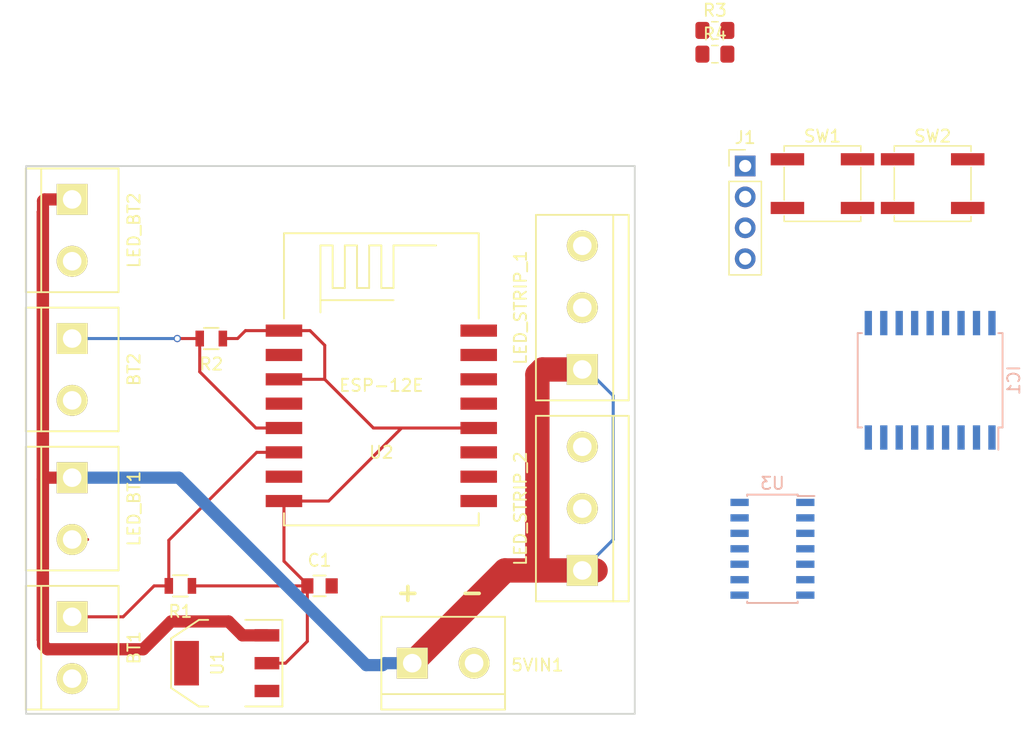
<source format=kicad_pcb>
(kicad_pcb (version 20171130) (host pcbnew 5.0.0-fee4fd1~66~ubuntu18.04.1)

  (general
    (thickness 1.6)
    (drawings 5)
    (tracks 67)
    (zones 0)
    (modules 19)
    (nets 39)
  )

  (page A4)
  (layers
    (0 F.Cu signal)
    (31 B.Cu signal)
    (32 B.Adhes user)
    (33 F.Adhes user)
    (34 B.Paste user)
    (35 F.Paste user)
    (36 B.SilkS user)
    (37 F.SilkS user)
    (38 B.Mask user)
    (39 F.Mask user)
    (40 Dwgs.User user)
    (41 Cmts.User user)
    (42 Eco1.User user)
    (43 Eco2.User user)
    (44 Edge.Cuts user)
    (45 Margin user)
    (46 B.CrtYd user)
    (47 F.CrtYd user)
    (48 B.Fab user)
    (49 F.Fab user)
  )

  (setup
    (last_trace_width 0.25)
    (user_trace_width 1)
    (user_trace_width 2)
    (user_trace_width 2.5)
    (user_trace_width 3)
    (trace_clearance 0.2)
    (zone_clearance 0.508)
    (zone_45_only no)
    (trace_min 0.2)
    (segment_width 0.2)
    (edge_width 0.15)
    (via_size 0.6)
    (via_drill 0.4)
    (via_min_size 0.4)
    (via_min_drill 0.3)
    (uvia_size 0.3)
    (uvia_drill 0.1)
    (uvias_allowed no)
    (uvia_min_size 0.2)
    (uvia_min_drill 0.1)
    (pcb_text_width 0.3)
    (pcb_text_size 1.5 1.5)
    (mod_edge_width 0.15)
    (mod_text_size 1 1)
    (mod_text_width 0.15)
    (pad_size 1.524 1.524)
    (pad_drill 0.762)
    (pad_to_mask_clearance 0.2)
    (aux_axis_origin 0 0)
    (visible_elements FFFFFF7F)
    (pcbplotparams
      (layerselection 0x010f0_ffffffff)
      (usegerberextensions false)
      (usegerberattributes false)
      (usegerberadvancedattributes false)
      (creategerberjobfile false)
      (excludeedgelayer true)
      (linewidth 0.100000)
      (plotframeref false)
      (viasonmask false)
      (mode 1)
      (useauxorigin false)
      (hpglpennumber 1)
      (hpglpenspeed 20)
      (hpglpendiameter 15.000000)
      (psnegative false)
      (psa4output false)
      (plotreference true)
      (plotvalue true)
      (plotinvisibletext false)
      (padsonsilk false)
      (subtractmaskfromsilk false)
      (outputformat 1)
      (mirror false)
      (drillshape 0)
      (scaleselection 1)
      (outputdirectory "GERBER/"))
  )

  (net 0 "")
  (net 1 GND)
  (net 2 /BTN1)
  (net 3 /BTN2)
  (net 4 /3V3)
  (net 5 /L1)
  (net 6 /L2)
  (net 7 "Net-(IC1-Pad3)")
  (net 8 "Net-(IC1-Pad4)")
  (net 9 "Net-(IC1-Pad5)")
  (net 10 "Net-(IC1-Pad6)")
  (net 11 "Net-(IC1-Pad7)")
  (net 12 "Net-(IC1-Pad8)")
  (net 13 "Net-(IC1-Pad11)")
  (net 14 "Net-(IC1-Pad12)")
  (net 15 "Net-(IC1-Pad13)")
  (net 16 "Net-(IC1-Pad14)")
  (net 17 "Net-(IC1-Pad15)")
  (net 18 "Net-(IC1-Pad16)")
  (net 19 /LED2)
  (net 20 /LED1)
  (net 21 /OUT1)
  (net 22 /OUT2)
  (net 23 "Net-(U2-Pad2)")
  (net 24 "Net-(U2-Pad4)")
  (net 25 /O2)
  (net 26 /O1)
  (net 27 "Net-(U3-Pad8)")
  (net 28 "Net-(U3-Pad9)")
  (net 29 "Net-(U3-Pad10)")
  (net 30 "Net-(U3-Pad11)")
  (net 31 "Net-(U3-Pad12)")
  (net 32 "Net-(U3-Pad13)")
  (net 33 VCC)
  (net 34 /TXD)
  (net 35 /RXD)
  (net 36 /RST)
  (net 37 "Net-(R4-Pad2)")
  (net 38 "Net-(R3-Pad1)")

  (net_class Default "This is the default net class."
    (clearance 0.2)
    (trace_width 0.25)
    (via_dia 0.6)
    (via_drill 0.4)
    (uvia_dia 0.3)
    (uvia_drill 0.1)
    (add_net /3V3)
    (add_net /BTN1)
    (add_net /BTN2)
    (add_net /L1)
    (add_net /L2)
    (add_net /LED1)
    (add_net /LED2)
    (add_net /O1)
    (add_net /O2)
    (add_net /OUT1)
    (add_net /OUT2)
    (add_net /RST)
    (add_net /RXD)
    (add_net /TXD)
    (add_net GND)
    (add_net "Net-(IC1-Pad11)")
    (add_net "Net-(IC1-Pad12)")
    (add_net "Net-(IC1-Pad13)")
    (add_net "Net-(IC1-Pad14)")
    (add_net "Net-(IC1-Pad15)")
    (add_net "Net-(IC1-Pad16)")
    (add_net "Net-(IC1-Pad3)")
    (add_net "Net-(IC1-Pad4)")
    (add_net "Net-(IC1-Pad5)")
    (add_net "Net-(IC1-Pad6)")
    (add_net "Net-(IC1-Pad7)")
    (add_net "Net-(IC1-Pad8)")
    (add_net "Net-(R3-Pad1)")
    (add_net "Net-(R4-Pad2)")
    (add_net "Net-(U2-Pad2)")
    (add_net "Net-(U2-Pad4)")
    (add_net "Net-(U3-Pad10)")
    (add_net "Net-(U3-Pad11)")
    (add_net "Net-(U3-Pad12)")
    (add_net "Net-(U3-Pad13)")
    (add_net "Net-(U3-Pad8)")
    (add_net "Net-(U3-Pad9)")
    (add_net VCC)
  )

  (module esp8266:ESP-12 (layer F.Cu) (tedit 5508B3EF) (tstamp 5BA49B70)
    (at 170.18 96.52)
    (path /5BA3A8F3)
    (fp_text reference U2 (at 0 3) (layer F.SilkS)
      (effects (font (size 1 1) (thickness 0.15)))
    )
    (fp_text value ESP-12E (at 0 -2.5) (layer F.SilkS)
      (effects (font (size 1 1) (thickness 0.15)))
    )
    (fp_line (start -5 -9.5) (end 1 -9.5) (layer F.SilkS) (width 0.15))
    (fp_line (start -5 -8.5) (end -5 -14) (layer F.SilkS) (width 0.15))
    (fp_line (start -5 -14) (end -4 -14) (layer F.SilkS) (width 0.15))
    (fp_line (start -4 -14) (end -4 -10.5) (layer F.SilkS) (width 0.15))
    (fp_line (start -4 -10.5) (end -3 -10.5) (layer F.SilkS) (width 0.15))
    (fp_line (start -3 -10.5) (end -3 -14) (layer F.SilkS) (width 0.15))
    (fp_line (start -3 -14) (end -2 -14) (layer F.SilkS) (width 0.15))
    (fp_line (start -2 -14) (end -2 -10.5) (layer F.SilkS) (width 0.15))
    (fp_line (start -2 -10.5) (end -1 -10.5) (layer F.SilkS) (width 0.15))
    (fp_line (start -1 -10.5) (end -1 -14) (layer F.SilkS) (width 0.15))
    (fp_line (start -1 -14) (end 0 -14) (layer F.SilkS) (width 0.15))
    (fp_line (start 0 -14) (end 0 -10.5) (layer F.SilkS) (width 0.15))
    (fp_line (start 0 -10.5) (end 1 -10.5) (layer F.SilkS) (width 0.15))
    (fp_line (start 1 -10.5) (end 1 -14) (layer F.SilkS) (width 0.15))
    (fp_line (start 1 -14) (end 4.5 -14) (layer F.SilkS) (width 0.15))
    (fp_line (start -8 -8) (end -8 -15) (layer F.SilkS) (width 0.15))
    (fp_line (start -8 -15) (end 8 -15) (layer F.SilkS) (width 0.15))
    (fp_line (start 8 -15) (end 8 -8) (layer F.SilkS) (width 0.15))
    (fp_line (start -8 8) (end -8 9) (layer F.SilkS) (width 0.15))
    (fp_line (start -8 9) (end 8 9) (layer F.SilkS) (width 0.15))
    (fp_line (start 8 9) (end 8 8) (layer F.SilkS) (width 0.15))
    (pad 1 smd rect (at -8 -7) (size 3 1) (layers F.Cu F.Paste F.Mask)
      (net 36 /RST))
    (pad 2 smd rect (at -8 -5) (size 3 1) (layers F.Cu F.Paste F.Mask)
      (net 23 "Net-(U2-Pad2)"))
    (pad 3 smd rect (at -8 -3) (size 3 1) (layers F.Cu F.Paste F.Mask)
      (net 4 /3V3))
    (pad 4 smd rect (at -8 -1) (size 3 1) (layers F.Cu F.Paste F.Mask)
      (net 24 "Net-(U2-Pad4)"))
    (pad 5 smd rect (at -8 1) (size 3 1) (layers F.Cu F.Paste F.Mask)
      (net 3 /BTN2))
    (pad 6 smd rect (at -8 3) (size 3 1) (layers F.Cu F.Paste F.Mask)
      (net 2 /BTN1))
    (pad 7 smd rect (at -8 5) (size 3 1) (layers F.Cu F.Paste F.Mask)
      (net 6 /L2))
    (pad 8 smd rect (at -8 7) (size 3 1) (layers F.Cu F.Paste F.Mask)
      (net 4 /3V3))
    (pad 9 smd rect (at 8 7) (size 3 1) (layers F.Cu F.Paste F.Mask)
      (net 1 GND))
    (pad 10 smd rect (at 8 5) (size 3 1) (layers F.Cu F.Paste F.Mask)
      (net 1 GND))
    (pad 11 smd rect (at 8 3) (size 3 1) (layers F.Cu F.Paste F.Mask)
      (net 5 /L1))
    (pad 12 smd rect (at 8 1) (size 3 1) (layers F.Cu F.Paste F.Mask)
      (net 37 "Net-(R4-Pad2)"))
    (pad 13 smd rect (at 8 -1) (size 3 1) (layers F.Cu F.Paste F.Mask)
      (net 25 /O2))
    (pad 14 smd rect (at 8 -3) (size 3 1) (layers F.Cu F.Paste F.Mask)
      (net 26 /O1))
    (pad 15 smd rect (at 8 -5) (size 3 1) (layers F.Cu F.Paste F.Mask)
      (net 35 /RXD))
    (pad 16 smd rect (at 8 -7) (size 3 1) (layers F.Cu F.Paste F.Mask)
      (net 34 /TXD))
  )

  (module Connect:bornier2 (layer F.Cu) (tedit 0) (tstamp 5BA49B06)
    (at 175.26 116.84)
    (descr "Bornier d'alimentation 2 pins")
    (tags DEV)
    (path /5BA3A9AA)
    (fp_text reference 5VIN1 (at 7.74 0.16) (layer F.SilkS)
      (effects (font (size 1 1) (thickness 0.15)))
    )
    (fp_text value CONN_01X02 (at 0 5.08) (layer F.Fab)
      (effects (font (size 1 1) (thickness 0.15)))
    )
    (fp_line (start 5.08 2.54) (end -5.08 2.54) (layer F.SilkS) (width 0.15))
    (fp_line (start 5.08 3.81) (end 5.08 -3.81) (layer F.SilkS) (width 0.15))
    (fp_line (start 5.08 -3.81) (end -5.08 -3.81) (layer F.SilkS) (width 0.15))
    (fp_line (start -5.08 -3.81) (end -5.08 3.81) (layer F.SilkS) (width 0.15))
    (fp_line (start -5.08 3.81) (end 5.08 3.81) (layer F.SilkS) (width 0.15))
    (pad 1 thru_hole rect (at -2.54 0) (size 2.54 2.54) (drill 1.524) (layers *.Cu *.Mask F.SilkS)
      (net 33 VCC))
    (pad 2 thru_hole circle (at 2.54 0) (size 2.54 2.54) (drill 1.524) (layers *.Cu *.Mask F.SilkS)
      (net 1 GND))
    (model Connect.3dshapes/bornier2.wrl
      (at (xyz 0 0 0))
      (scale (xyz 1 1 1))
      (rotate (xyz 0 0 0))
    )
  )

  (module Connect:bornier2 (layer F.Cu) (tedit 0) (tstamp 5BA49B0C)
    (at 144.78 115.57 270)
    (descr "Bornier d'alimentation 2 pins")
    (tags DEV)
    (path /5BA3AAF8)
    (fp_text reference BT1 (at 0 -5.08 270) (layer F.SilkS)
      (effects (font (size 1 1) (thickness 0.15)))
    )
    (fp_text value CONN_01X02 (at 0 5.08 270) (layer F.Fab)
      (effects (font (size 1 1) (thickness 0.15)))
    )
    (fp_line (start 5.08 2.54) (end -5.08 2.54) (layer F.SilkS) (width 0.15))
    (fp_line (start 5.08 3.81) (end 5.08 -3.81) (layer F.SilkS) (width 0.15))
    (fp_line (start 5.08 -3.81) (end -5.08 -3.81) (layer F.SilkS) (width 0.15))
    (fp_line (start -5.08 -3.81) (end -5.08 3.81) (layer F.SilkS) (width 0.15))
    (fp_line (start -5.08 3.81) (end 5.08 3.81) (layer F.SilkS) (width 0.15))
    (pad 1 thru_hole rect (at -2.54 0 270) (size 2.54 2.54) (drill 1.524) (layers *.Cu *.Mask F.SilkS)
      (net 2 /BTN1))
    (pad 2 thru_hole circle (at 2.54 0 270) (size 2.54 2.54) (drill 1.524) (layers *.Cu *.Mask F.SilkS)
      (net 1 GND))
    (model Connect.3dshapes/bornier2.wrl
      (at (xyz 0 0 0))
      (scale (xyz 1 1 1))
      (rotate (xyz 0 0 0))
    )
  )

  (module Connect:bornier2 (layer F.Cu) (tedit 0) (tstamp 5BA49B12)
    (at 144.78 92.71 270)
    (descr "Bornier d'alimentation 2 pins")
    (tags DEV)
    (path /5BA3ABCE)
    (fp_text reference BT2 (at 0 -5.08 270) (layer F.SilkS)
      (effects (font (size 1 1) (thickness 0.15)))
    )
    (fp_text value CONN_01X02 (at 0 5.08 270) (layer F.Fab)
      (effects (font (size 1 1) (thickness 0.15)))
    )
    (fp_line (start 5.08 2.54) (end -5.08 2.54) (layer F.SilkS) (width 0.15))
    (fp_line (start 5.08 3.81) (end 5.08 -3.81) (layer F.SilkS) (width 0.15))
    (fp_line (start 5.08 -3.81) (end -5.08 -3.81) (layer F.SilkS) (width 0.15))
    (fp_line (start -5.08 -3.81) (end -5.08 3.81) (layer F.SilkS) (width 0.15))
    (fp_line (start -5.08 3.81) (end 5.08 3.81) (layer F.SilkS) (width 0.15))
    (pad 1 thru_hole rect (at -2.54 0 270) (size 2.54 2.54) (drill 1.524) (layers *.Cu *.Mask F.SilkS)
      (net 3 /BTN2))
    (pad 2 thru_hole circle (at 2.54 0 270) (size 2.54 2.54) (drill 1.524) (layers *.Cu *.Mask F.SilkS)
      (net 1 GND))
    (model Connect.3dshapes/bornier2.wrl
      (at (xyz 0 0 0))
      (scale (xyz 1 1 1))
      (rotate (xyz 0 0 0))
    )
  )

  (module Capacitors_SMD:C_0805 (layer F.Cu) (tedit 5415D6EA) (tstamp 5BA49B18)
    (at 165.1 110.49)
    (descr "Capacitor SMD 0805, reflow soldering, AVX (see smccp.pdf)")
    (tags "capacitor 0805")
    (path /5BA3BA04)
    (attr smd)
    (fp_text reference C1 (at 0 -2.1) (layer F.SilkS)
      (effects (font (size 1 1) (thickness 0.15)))
    )
    (fp_text value 100nF (at 0 2.1) (layer F.Fab)
      (effects (font (size 1 1) (thickness 0.15)))
    )
    (fp_line (start -1.8 -1) (end 1.8 -1) (layer F.CrtYd) (width 0.05))
    (fp_line (start -1.8 1) (end 1.8 1) (layer F.CrtYd) (width 0.05))
    (fp_line (start -1.8 -1) (end -1.8 1) (layer F.CrtYd) (width 0.05))
    (fp_line (start 1.8 -1) (end 1.8 1) (layer F.CrtYd) (width 0.05))
    (fp_line (start 0.5 -0.85) (end -0.5 -0.85) (layer F.SilkS) (width 0.15))
    (fp_line (start -0.5 0.85) (end 0.5 0.85) (layer F.SilkS) (width 0.15))
    (pad 1 smd rect (at -1 0) (size 1 1.25) (layers F.Cu F.Paste F.Mask)
      (net 4 /3V3))
    (pad 2 smd rect (at 1 0) (size 1 1.25) (layers F.Cu F.Paste F.Mask)
      (net 1 GND))
    (model Capacitors_SMD.3dshapes/C_0805.wrl
      (at (xyz 0 0 0))
      (scale (xyz 1 1 1))
      (rotate (xyz 0 0 0))
    )
  )

  (module Housings_SOIC:SOIC-18_7.5x11.6mm_Pitch1.27mm (layer B.Cu) (tedit 54130A77) (tstamp 5BA49B2E)
    (at 215.265 93.6 90)
    (descr "18-Lead Plastic Small Outline (SO) - Wide, 7.50 mm Body [SOIC] (see Microchip Packaging Specification 00000049BS.pdf)")
    (tags "SOIC 1.27")
    (path /5BA49F55)
    (attr smd)
    (fp_text reference IC1 (at 0 6.875 90) (layer B.SilkS)
      (effects (font (size 1 1) (thickness 0.15)) (justify mirror))
    )
    (fp_text value ULN2803A (at 0 -6.875 90) (layer B.Fab)
      (effects (font (size 1 1) (thickness 0.15)) (justify mirror))
    )
    (fp_line (start -5.95 6.15) (end -5.95 -6.15) (layer B.CrtYd) (width 0.05))
    (fp_line (start 5.95 6.15) (end 5.95 -6.15) (layer B.CrtYd) (width 0.05))
    (fp_line (start -5.95 6.15) (end 5.95 6.15) (layer B.CrtYd) (width 0.05))
    (fp_line (start -5.95 -6.15) (end 5.95 -6.15) (layer B.CrtYd) (width 0.05))
    (fp_line (start -3.875 5.95) (end -3.875 5.605) (layer B.SilkS) (width 0.15))
    (fp_line (start 3.875 5.95) (end 3.875 5.605) (layer B.SilkS) (width 0.15))
    (fp_line (start 3.875 -5.95) (end 3.875 -5.605) (layer B.SilkS) (width 0.15))
    (fp_line (start -3.875 -5.95) (end -3.875 -5.605) (layer B.SilkS) (width 0.15))
    (fp_line (start -3.875 5.95) (end 3.875 5.95) (layer B.SilkS) (width 0.15))
    (fp_line (start -3.875 -5.95) (end 3.875 -5.95) (layer B.SilkS) (width 0.15))
    (fp_line (start -3.875 5.605) (end -5.7 5.605) (layer B.SilkS) (width 0.15))
    (pad 1 smd rect (at -4.7 5.08 90) (size 2 0.6) (layers B.Cu B.Paste B.Mask)
      (net 5 /L1))
    (pad 2 smd rect (at -4.7 3.81 90) (size 2 0.6) (layers B.Cu B.Paste B.Mask)
      (net 6 /L2))
    (pad 3 smd rect (at -4.7 2.54 90) (size 2 0.6) (layers B.Cu B.Paste B.Mask)
      (net 7 "Net-(IC1-Pad3)"))
    (pad 4 smd rect (at -4.7 1.27 90) (size 2 0.6) (layers B.Cu B.Paste B.Mask)
      (net 8 "Net-(IC1-Pad4)"))
    (pad 5 smd rect (at -4.7 0 90) (size 2 0.6) (layers B.Cu B.Paste B.Mask)
      (net 9 "Net-(IC1-Pad5)"))
    (pad 6 smd rect (at -4.7 -1.27 90) (size 2 0.6) (layers B.Cu B.Paste B.Mask)
      (net 10 "Net-(IC1-Pad6)"))
    (pad 7 smd rect (at -4.7 -2.54 90) (size 2 0.6) (layers B.Cu B.Paste B.Mask)
      (net 11 "Net-(IC1-Pad7)"))
    (pad 8 smd rect (at -4.7 -3.81 90) (size 2 0.6) (layers B.Cu B.Paste B.Mask)
      (net 12 "Net-(IC1-Pad8)"))
    (pad 9 smd rect (at -4.7 -5.08 90) (size 2 0.6) (layers B.Cu B.Paste B.Mask)
      (net 1 GND))
    (pad 10 smd rect (at 4.7 -5.08 90) (size 2 0.6) (layers B.Cu B.Paste B.Mask)
      (net 33 VCC))
    (pad 11 smd rect (at 4.7 -3.81 90) (size 2 0.6) (layers B.Cu B.Paste B.Mask)
      (net 13 "Net-(IC1-Pad11)"))
    (pad 12 smd rect (at 4.7 -2.54 90) (size 2 0.6) (layers B.Cu B.Paste B.Mask)
      (net 14 "Net-(IC1-Pad12)"))
    (pad 13 smd rect (at 4.7 -1.27 90) (size 2 0.6) (layers B.Cu B.Paste B.Mask)
      (net 15 "Net-(IC1-Pad13)"))
    (pad 14 smd rect (at 4.7 0 90) (size 2 0.6) (layers B.Cu B.Paste B.Mask)
      (net 16 "Net-(IC1-Pad14)"))
    (pad 15 smd rect (at 4.7 1.27 90) (size 2 0.6) (layers B.Cu B.Paste B.Mask)
      (net 17 "Net-(IC1-Pad15)"))
    (pad 16 smd rect (at 4.7 2.54 90) (size 2 0.6) (layers B.Cu B.Paste B.Mask)
      (net 18 "Net-(IC1-Pad16)"))
    (pad 17 smd rect (at 4.7 3.81 90) (size 2 0.6) (layers B.Cu B.Paste B.Mask)
      (net 19 /LED2))
    (pad 18 smd rect (at 4.7 5.08 90) (size 2 0.6) (layers B.Cu B.Paste B.Mask)
      (net 20 /LED1))
    (model Housings_SOIC.3dshapes/SOIC-18_7.5x11.6mm_Pitch1.27mm.wrl
      (at (xyz 0 0 0))
      (scale (xyz 1 1 1))
      (rotate (xyz 0 0 0))
    )
  )

  (module Connect:bornier2 (layer F.Cu) (tedit 0) (tstamp 5BA49B34)
    (at 144.78 104.14 270)
    (descr "Bornier d'alimentation 2 pins")
    (tags DEV)
    (path /5BA3AC70)
    (fp_text reference LED_BT1 (at 0 -5.08 270) (layer F.SilkS)
      (effects (font (size 1 1) (thickness 0.15)))
    )
    (fp_text value CONN_01X02 (at 0 5.08 270) (layer F.Fab)
      (effects (font (size 1 1) (thickness 0.15)))
    )
    (fp_line (start 5.08 2.54) (end -5.08 2.54) (layer F.SilkS) (width 0.15))
    (fp_line (start 5.08 3.81) (end 5.08 -3.81) (layer F.SilkS) (width 0.15))
    (fp_line (start 5.08 -3.81) (end -5.08 -3.81) (layer F.SilkS) (width 0.15))
    (fp_line (start -5.08 -3.81) (end -5.08 3.81) (layer F.SilkS) (width 0.15))
    (fp_line (start -5.08 3.81) (end 5.08 3.81) (layer F.SilkS) (width 0.15))
    (pad 1 thru_hole rect (at -2.54 0 270) (size 2.54 2.54) (drill 1.524) (layers *.Cu *.Mask F.SilkS)
      (net 33 VCC))
    (pad 2 thru_hole circle (at 2.54 0 270) (size 2.54 2.54) (drill 1.524) (layers *.Cu *.Mask F.SilkS)
      (net 20 /LED1))
    (model Connect.3dshapes/bornier2.wrl
      (at (xyz 0 0 0))
      (scale (xyz 1 1 1))
      (rotate (xyz 0 0 0))
    )
  )

  (module Connect:bornier2 (layer F.Cu) (tedit 0) (tstamp 5BA49B3A)
    (at 144.78 81.28 270)
    (descr "Bornier d'alimentation 2 pins")
    (tags DEV)
    (path /5BA3ACE7)
    (fp_text reference LED_BT2 (at 0 -5.08 270) (layer F.SilkS)
      (effects (font (size 1 1) (thickness 0.15)))
    )
    (fp_text value CONN_01X02 (at 0 5.08 270) (layer F.Fab)
      (effects (font (size 1 1) (thickness 0.15)))
    )
    (fp_line (start 5.08 2.54) (end -5.08 2.54) (layer F.SilkS) (width 0.15))
    (fp_line (start 5.08 3.81) (end 5.08 -3.81) (layer F.SilkS) (width 0.15))
    (fp_line (start 5.08 -3.81) (end -5.08 -3.81) (layer F.SilkS) (width 0.15))
    (fp_line (start -5.08 -3.81) (end -5.08 3.81) (layer F.SilkS) (width 0.15))
    (fp_line (start -5.08 3.81) (end 5.08 3.81) (layer F.SilkS) (width 0.15))
    (pad 1 thru_hole rect (at -2.54 0 270) (size 2.54 2.54) (drill 1.524) (layers *.Cu *.Mask F.SilkS)
      (net 33 VCC))
    (pad 2 thru_hole circle (at 2.54 0 270) (size 2.54 2.54) (drill 1.524) (layers *.Cu *.Mask F.SilkS)
      (net 19 /LED2))
    (model Connect.3dshapes/bornier2.wrl
      (at (xyz 0 0 0))
      (scale (xyz 1 1 1))
      (rotate (xyz 0 0 0))
    )
  )

  (module Connect:bornier3 (layer F.Cu) (tedit 0) (tstamp 5BA49B41)
    (at 186.69 87.63 90)
    (descr "Bornier d'alimentation 3 pins")
    (tags DEV)
    (path /5BA3AFD7)
    (fp_text reference LED_STRIP_1 (at 0 -5.08 90) (layer F.SilkS)
      (effects (font (size 1 1) (thickness 0.15)))
    )
    (fp_text value CONN_01X03 (at 0 5.08 90) (layer F.Fab)
      (effects (font (size 1 1) (thickness 0.15)))
    )
    (fp_line (start -7.62 3.81) (end -7.62 -3.81) (layer F.SilkS) (width 0.15))
    (fp_line (start 7.62 3.81) (end 7.62 -3.81) (layer F.SilkS) (width 0.15))
    (fp_line (start -7.62 2.54) (end 7.62 2.54) (layer F.SilkS) (width 0.15))
    (fp_line (start -7.62 -3.81) (end 7.62 -3.81) (layer F.SilkS) (width 0.15))
    (fp_line (start -7.62 3.81) (end 7.62 3.81) (layer F.SilkS) (width 0.15))
    (pad 1 thru_hole rect (at -5.08 0 90) (size 2.54 2.54) (drill 1.524) (layers *.Cu *.Mask F.SilkS)
      (net 33 VCC))
    (pad 2 thru_hole circle (at 0 0 90) (size 2.54 2.54) (drill 1.524) (layers *.Cu *.Mask F.SilkS)
      (net 21 /OUT1))
    (pad 3 thru_hole circle (at 5.08 0 90) (size 2.54 2.54) (drill 1.524) (layers *.Cu *.Mask F.SilkS)
      (net 1 GND))
    (model Connect.3dshapes/bornier3.wrl
      (at (xyz 0 0 0))
      (scale (xyz 1 1 1))
      (rotate (xyz 0 0 0))
    )
  )

  (module Connect:bornier3 (layer F.Cu) (tedit 0) (tstamp 5BA49B48)
    (at 186.69 104.14 90)
    (descr "Bornier d'alimentation 3 pins")
    (tags DEV)
    (path /5BA3B03F)
    (fp_text reference LED_STRIP_2 (at 0 -5.08 90) (layer F.SilkS)
      (effects (font (size 1 1) (thickness 0.15)))
    )
    (fp_text value CONN_01X03 (at 0 5.08 90) (layer F.Fab)
      (effects (font (size 1 1) (thickness 0.15)))
    )
    (fp_line (start -7.62 3.81) (end -7.62 -3.81) (layer F.SilkS) (width 0.15))
    (fp_line (start 7.62 3.81) (end 7.62 -3.81) (layer F.SilkS) (width 0.15))
    (fp_line (start -7.62 2.54) (end 7.62 2.54) (layer F.SilkS) (width 0.15))
    (fp_line (start -7.62 -3.81) (end 7.62 -3.81) (layer F.SilkS) (width 0.15))
    (fp_line (start -7.62 3.81) (end 7.62 3.81) (layer F.SilkS) (width 0.15))
    (pad 1 thru_hole rect (at -5.08 0 90) (size 2.54 2.54) (drill 1.524) (layers *.Cu *.Mask F.SilkS)
      (net 33 VCC))
    (pad 2 thru_hole circle (at 0 0 90) (size 2.54 2.54) (drill 1.524) (layers *.Cu *.Mask F.SilkS)
      (net 22 /OUT2))
    (pad 3 thru_hole circle (at 5.08 0 90) (size 2.54 2.54) (drill 1.524) (layers *.Cu *.Mask F.SilkS)
      (net 1 GND))
    (model Connect.3dshapes/bornier3.wrl
      (at (xyz 0 0 0))
      (scale (xyz 1 1 1))
      (rotate (xyz 0 0 0))
    )
  )

  (module Resistors_SMD:R_0805 (layer F.Cu) (tedit 5415CDEB) (tstamp 5BA49B4E)
    (at 153.67 110.49 180)
    (descr "Resistor SMD 0805, reflow soldering, Vishay (see dcrcw.pdf)")
    (tags "resistor 0805")
    (path /5BA3B4BA)
    (attr smd)
    (fp_text reference R1 (at 0 -2.1 180) (layer F.SilkS)
      (effects (font (size 1 1) (thickness 0.15)))
    )
    (fp_text value 10k (at 0 2.1 180) (layer F.Fab)
      (effects (font (size 1 1) (thickness 0.15)))
    )
    (fp_line (start -1.6 -1) (end 1.6 -1) (layer F.CrtYd) (width 0.05))
    (fp_line (start -1.6 1) (end 1.6 1) (layer F.CrtYd) (width 0.05))
    (fp_line (start -1.6 -1) (end -1.6 1) (layer F.CrtYd) (width 0.05))
    (fp_line (start 1.6 -1) (end 1.6 1) (layer F.CrtYd) (width 0.05))
    (fp_line (start 0.6 0.875) (end -0.6 0.875) (layer F.SilkS) (width 0.15))
    (fp_line (start -0.6 -0.875) (end 0.6 -0.875) (layer F.SilkS) (width 0.15))
    (pad 1 smd rect (at -0.95 0 180) (size 0.7 1.3) (layers F.Cu F.Paste F.Mask)
      (net 4 /3V3))
    (pad 2 smd rect (at 0.95 0 180) (size 0.7 1.3) (layers F.Cu F.Paste F.Mask)
      (net 2 /BTN1))
    (model Resistors_SMD.3dshapes/R_0805.wrl
      (at (xyz 0 0 0))
      (scale (xyz 1 1 1))
      (rotate (xyz 0 0 0))
    )
  )

  (module Resistors_SMD:R_0805 (layer F.Cu) (tedit 5415CDEB) (tstamp 5BA49B54)
    (at 156.21 90.17 180)
    (descr "Resistor SMD 0805, reflow soldering, Vishay (see dcrcw.pdf)")
    (tags "resistor 0805")
    (path /5BA3B543)
    (attr smd)
    (fp_text reference R2 (at 0 -2.1 180) (layer F.SilkS)
      (effects (font (size 1 1) (thickness 0.15)))
    )
    (fp_text value 10k (at 0 2.1 180) (layer F.Fab)
      (effects (font (size 1 1) (thickness 0.15)))
    )
    (fp_line (start -1.6 -1) (end 1.6 -1) (layer F.CrtYd) (width 0.05))
    (fp_line (start -1.6 1) (end 1.6 1) (layer F.CrtYd) (width 0.05))
    (fp_line (start -1.6 -1) (end -1.6 1) (layer F.CrtYd) (width 0.05))
    (fp_line (start 1.6 -1) (end 1.6 1) (layer F.CrtYd) (width 0.05))
    (fp_line (start 0.6 0.875) (end -0.6 0.875) (layer F.SilkS) (width 0.15))
    (fp_line (start -0.6 -0.875) (end 0.6 -0.875) (layer F.SilkS) (width 0.15))
    (pad 1 smd rect (at -0.95 0 180) (size 0.7 1.3) (layers F.Cu F.Paste F.Mask)
      (net 4 /3V3))
    (pad 2 smd rect (at 0.95 0 180) (size 0.7 1.3) (layers F.Cu F.Paste F.Mask)
      (net 3 /BTN2))
    (model Resistors_SMD.3dshapes/R_0805.wrl
      (at (xyz 0 0 0))
      (scale (xyz 1 1 1))
      (rotate (xyz 0 0 0))
    )
  )

  (module TO_SOT_Packages_SMD:SOT-223 (layer F.Cu) (tedit 0) (tstamp 5BA49B5C)
    (at 157.48 116.84 90)
    (descr "module CMS SOT223 4 pins")
    (tags "CMS SOT")
    (path /5BA3B1F7)
    (attr smd)
    (fp_text reference U1 (at 0 -0.762 90) (layer F.SilkS)
      (effects (font (size 1 1) (thickness 0.15)))
    )
    (fp_text value AP1117D33 (at 0 0.762 90) (layer F.Fab)
      (effects (font (size 1 1) (thickness 0.15)))
    )
    (fp_line (start -3.556 1.524) (end -3.556 4.572) (layer F.SilkS) (width 0.15))
    (fp_line (start -3.556 4.572) (end 3.556 4.572) (layer F.SilkS) (width 0.15))
    (fp_line (start 3.556 4.572) (end 3.556 1.524) (layer F.SilkS) (width 0.15))
    (fp_line (start -3.556 -1.524) (end -3.556 -2.286) (layer F.SilkS) (width 0.15))
    (fp_line (start -3.556 -2.286) (end -2.032 -4.572) (layer F.SilkS) (width 0.15))
    (fp_line (start -2.032 -4.572) (end 2.032 -4.572) (layer F.SilkS) (width 0.15))
    (fp_line (start 2.032 -4.572) (end 3.556 -2.286) (layer F.SilkS) (width 0.15))
    (fp_line (start 3.556 -2.286) (end 3.556 -1.524) (layer F.SilkS) (width 0.15))
    (pad 4 smd rect (at 0 -3.302 90) (size 3.6576 2.032) (layers F.Cu F.Paste F.Mask))
    (pad 2 smd rect (at 0 3.302 90) (size 1.016 2.032) (layers F.Cu F.Paste F.Mask)
      (net 4 /3V3))
    (pad 3 smd rect (at 2.286 3.302 90) (size 1.016 2.032) (layers F.Cu F.Paste F.Mask)
      (net 33 VCC))
    (pad 1 smd rect (at -2.286 3.302 90) (size 1.016 2.032) (layers F.Cu F.Paste F.Mask)
      (net 1 GND))
    (model TO_SOT_Packages_SMD.3dshapes/SOT-223.wrl
      (at (xyz 0 0 0))
      (scale (xyz 0.4 0.4 0.4))
      (rotate (xyz 0 0 0))
    )
  )

  (module Housings_SOIC:SOIC-14_3.9x8.7mm_Pitch1.27mm (layer B.Cu) (tedit 54130A77) (tstamp 5BA49B82)
    (at 202.311 107.442 180)
    (descr "14-Lead Plastic Small Outline (SL) - Narrow, 3.90 mm Body [SOIC] (see Microchip Packaging Specification 00000049BS.pdf)")
    (tags "SOIC 1.27")
    (path /5BA49A6D)
    (attr smd)
    (fp_text reference U3 (at 0 5.375 180) (layer B.SilkS)
      (effects (font (size 1 1) (thickness 0.15)) (justify mirror))
    )
    (fp_text value 74LS125 (at 0 -5.375 180) (layer B.Fab)
      (effects (font (size 1 1) (thickness 0.15)) (justify mirror))
    )
    (fp_line (start -3.7 4.65) (end -3.7 -4.65) (layer B.CrtYd) (width 0.05))
    (fp_line (start 3.7 4.65) (end 3.7 -4.65) (layer B.CrtYd) (width 0.05))
    (fp_line (start -3.7 4.65) (end 3.7 4.65) (layer B.CrtYd) (width 0.05))
    (fp_line (start -3.7 -4.65) (end 3.7 -4.65) (layer B.CrtYd) (width 0.05))
    (fp_line (start -2.075 4.45) (end -2.075 4.335) (layer B.SilkS) (width 0.15))
    (fp_line (start 2.075 4.45) (end 2.075 4.335) (layer B.SilkS) (width 0.15))
    (fp_line (start 2.075 -4.45) (end 2.075 -4.335) (layer B.SilkS) (width 0.15))
    (fp_line (start -2.075 -4.45) (end -2.075 -4.335) (layer B.SilkS) (width 0.15))
    (fp_line (start -2.075 4.45) (end 2.075 4.45) (layer B.SilkS) (width 0.15))
    (fp_line (start -2.075 -4.45) (end 2.075 -4.45) (layer B.SilkS) (width 0.15))
    (fp_line (start -2.075 4.335) (end -3.45 4.335) (layer B.SilkS) (width 0.15))
    (pad 1 smd rect (at -2.7 3.81 180) (size 1.5 0.6) (layers B.Cu B.Paste B.Mask)
      (net 1 GND))
    (pad 2 smd rect (at -2.7 2.54 180) (size 1.5 0.6) (layers B.Cu B.Paste B.Mask)
      (net 26 /O1))
    (pad 3 smd rect (at -2.7 1.27 180) (size 1.5 0.6) (layers B.Cu B.Paste B.Mask)
      (net 21 /OUT1))
    (pad 4 smd rect (at -2.7 0 180) (size 1.5 0.6) (layers B.Cu B.Paste B.Mask)
      (net 1 GND))
    (pad 5 smd rect (at -2.7 -1.27 180) (size 1.5 0.6) (layers B.Cu B.Paste B.Mask)
      (net 25 /O2))
    (pad 6 smd rect (at -2.7 -2.54 180) (size 1.5 0.6) (layers B.Cu B.Paste B.Mask)
      (net 22 /OUT2))
    (pad 7 smd rect (at -2.7 -3.81 180) (size 1.5 0.6) (layers B.Cu B.Paste B.Mask)
      (net 1 GND))
    (pad 8 smd rect (at 2.7 -3.81 180) (size 1.5 0.6) (layers B.Cu B.Paste B.Mask)
      (net 27 "Net-(U3-Pad8)"))
    (pad 9 smd rect (at 2.7 -2.54 180) (size 1.5 0.6) (layers B.Cu B.Paste B.Mask)
      (net 28 "Net-(U3-Pad9)"))
    (pad 10 smd rect (at 2.7 -1.27 180) (size 1.5 0.6) (layers B.Cu B.Paste B.Mask)
      (net 29 "Net-(U3-Pad10)"))
    (pad 11 smd rect (at 2.7 0 180) (size 1.5 0.6) (layers B.Cu B.Paste B.Mask)
      (net 30 "Net-(U3-Pad11)"))
    (pad 12 smd rect (at 2.7 1.27 180) (size 1.5 0.6) (layers B.Cu B.Paste B.Mask)
      (net 31 "Net-(U3-Pad12)"))
    (pad 13 smd rect (at 2.7 2.54 180) (size 1.5 0.6) (layers B.Cu B.Paste B.Mask)
      (net 32 "Net-(U3-Pad13)"))
    (pad 14 smd rect (at 2.7 3.81 180) (size 1.5 0.6) (layers B.Cu B.Paste B.Mask)
      (net 33 VCC))
    (model Housings_SOIC.3dshapes/SOIC-14_3.9x8.7mm_Pitch1.27mm.wrl
      (at (xyz 0 0 0))
      (scale (xyz 1 1 1))
      (rotate (xyz 0 0 0))
    )
  )

  (module Connector_PinHeader_2.54mm:PinHeader_1x04_P2.54mm_Vertical (layer F.Cu) (tedit 59FED5CC) (tstamp 5BBADBA4)
    (at 200.072001 75.993001)
    (descr "Through hole straight pin header, 1x04, 2.54mm pitch, single row")
    (tags "Through hole pin header THT 1x04 2.54mm single row")
    (path /5BAFEEE7)
    (fp_text reference J1 (at 0 -2.33) (layer F.SilkS)
      (effects (font (size 1 1) (thickness 0.15)))
    )
    (fp_text value ISP (at 0 9.95) (layer F.Fab)
      (effects (font (size 1 1) (thickness 0.15)))
    )
    (fp_line (start -0.635 -1.27) (end 1.27 -1.27) (layer F.Fab) (width 0.1))
    (fp_line (start 1.27 -1.27) (end 1.27 8.89) (layer F.Fab) (width 0.1))
    (fp_line (start 1.27 8.89) (end -1.27 8.89) (layer F.Fab) (width 0.1))
    (fp_line (start -1.27 8.89) (end -1.27 -0.635) (layer F.Fab) (width 0.1))
    (fp_line (start -1.27 -0.635) (end -0.635 -1.27) (layer F.Fab) (width 0.1))
    (fp_line (start -1.33 8.95) (end 1.33 8.95) (layer F.SilkS) (width 0.12))
    (fp_line (start -1.33 1.27) (end -1.33 8.95) (layer F.SilkS) (width 0.12))
    (fp_line (start 1.33 1.27) (end 1.33 8.95) (layer F.SilkS) (width 0.12))
    (fp_line (start -1.33 1.27) (end 1.33 1.27) (layer F.SilkS) (width 0.12))
    (fp_line (start -1.33 0) (end -1.33 -1.33) (layer F.SilkS) (width 0.12))
    (fp_line (start -1.33 -1.33) (end 0 -1.33) (layer F.SilkS) (width 0.12))
    (fp_line (start -1.8 -1.8) (end -1.8 9.4) (layer F.CrtYd) (width 0.05))
    (fp_line (start -1.8 9.4) (end 1.8 9.4) (layer F.CrtYd) (width 0.05))
    (fp_line (start 1.8 9.4) (end 1.8 -1.8) (layer F.CrtYd) (width 0.05))
    (fp_line (start 1.8 -1.8) (end -1.8 -1.8) (layer F.CrtYd) (width 0.05))
    (fp_text user %R (at 0 3.81 90) (layer F.Fab)
      (effects (font (size 1 1) (thickness 0.15)))
    )
    (pad 1 thru_hole rect (at 0 0) (size 1.7 1.7) (drill 1) (layers *.Cu *.Mask)
      (net 4 /3V3))
    (pad 2 thru_hole oval (at 0 2.54) (size 1.7 1.7) (drill 1) (layers *.Cu *.Mask)
      (net 34 /TXD))
    (pad 3 thru_hole oval (at 0 5.08) (size 1.7 1.7) (drill 1) (layers *.Cu *.Mask)
      (net 35 /RXD))
    (pad 4 thru_hole oval (at 0 7.62) (size 1.7 1.7) (drill 1) (layers *.Cu *.Mask)
      (net 1 GND))
    (model ${KISYS3DMOD}/Connector_PinHeader_2.54mm.3dshapes/PinHeader_1x04_P2.54mm_Vertical.wrl
      (at (xyz 0 0 0))
      (scale (xyz 1 1 1))
      (rotate (xyz 0 0 0))
    )
  )

  (module Button_Switch_SMD:SW_SPST_EVPBF (layer F.Cu) (tedit 5A02FC95) (tstamp 5BBADBBE)
    (at 206.422001 77.443001)
    (descr "Light Touch Switch")
    (path /5BAF87B0)
    (attr smd)
    (fp_text reference SW1 (at 0 -3.9) (layer F.SilkS)
      (effects (font (size 1 1) (thickness 0.15)))
    )
    (fp_text value RESET (at 0 4.25) (layer F.Fab)
      (effects (font (size 1 1) (thickness 0.15)))
    )
    (fp_circle (center 0 0) (end 1.7 0) (layer F.Fab) (width 0.1))
    (fp_line (start -4.5 3.25) (end -4.5 -3.25) (layer F.CrtYd) (width 0.05))
    (fp_line (start 4.5 3.25) (end -4.5 3.25) (layer F.CrtYd) (width 0.05))
    (fp_line (start 4.5 -3.25) (end 4.5 3.25) (layer F.CrtYd) (width 0.05))
    (fp_line (start -4.5 -3.25) (end 4.5 -3.25) (layer F.CrtYd) (width 0.05))
    (fp_text user %R (at 0 -3.9) (layer F.Fab)
      (effects (font (size 1 1) (thickness 0.15)))
    )
    (fp_line (start -3 3) (end -3 -3) (layer F.Fab) (width 0.1))
    (fp_line (start 3 3) (end -3 3) (layer F.Fab) (width 0.1))
    (fp_line (start 3 -3) (end 3 3) (layer F.Fab) (width 0.1))
    (fp_line (start -3 -3) (end 3 -3) (layer F.Fab) (width 0.1))
    (fp_line (start -3.15 -2.65) (end -3.15 -3.1) (layer F.SilkS) (width 0.12))
    (fp_line (start 3.15 -3.1) (end 3.15 -2.65) (layer F.SilkS) (width 0.12))
    (fp_line (start -3.15 -3.1) (end 3.15 -3.1) (layer F.SilkS) (width 0.12))
    (fp_line (start 3.15 -1.35) (end 3.15 1.35) (layer F.SilkS) (width 0.12))
    (fp_line (start -3.15 1.35) (end -3.15 -1.35) (layer F.SilkS) (width 0.12))
    (fp_line (start 3.15 3.1) (end 3.15 2.7) (layer F.SilkS) (width 0.12))
    (fp_line (start -3.15 3.1) (end 3.15 3.1) (layer F.SilkS) (width 0.12))
    (fp_line (start -3.15 2.65) (end -3.15 3.1) (layer F.SilkS) (width 0.12))
    (pad 2 smd rect (at 2.88 2) (size 2.75 1) (layers F.Cu F.Paste F.Mask)
      (net 1 GND))
    (pad 2 smd rect (at -2.88 2) (size 2.75 1) (layers F.Cu F.Paste F.Mask)
      (net 1 GND))
    (pad 1 smd rect (at -2.88 -2) (size 2.75 1) (layers F.Cu F.Paste F.Mask)
      (net 36 /RST))
    (pad 1 smd rect (at 2.88 -2) (size 2.75 1) (layers F.Cu F.Paste F.Mask)
      (net 36 /RST))
    (model ${KISYS3DMOD}/Button_Switch_SMD.3dshapes/SW_SPST_EVPBF.wrl
      (at (xyz 0 0 0))
      (scale (xyz 1 1 1))
      (rotate (xyz 0 0 0))
    )
  )

  (module Button_Switch_SMD:SW_SPST_EVPBF (layer F.Cu) (tedit 5A02FC95) (tstamp 5BBADBD8)
    (at 215.472001 77.443001)
    (descr "Light Touch Switch")
    (path /5BAF85C2)
    (attr smd)
    (fp_text reference SW2 (at 0 -3.9) (layer F.SilkS)
      (effects (font (size 1 1) (thickness 0.15)))
    )
    (fp_text value FLASH (at 0 4.25) (layer F.Fab)
      (effects (font (size 1 1) (thickness 0.15)))
    )
    (fp_line (start -3.15 2.65) (end -3.15 3.1) (layer F.SilkS) (width 0.12))
    (fp_line (start -3.15 3.1) (end 3.15 3.1) (layer F.SilkS) (width 0.12))
    (fp_line (start 3.15 3.1) (end 3.15 2.7) (layer F.SilkS) (width 0.12))
    (fp_line (start -3.15 1.35) (end -3.15 -1.35) (layer F.SilkS) (width 0.12))
    (fp_line (start 3.15 -1.35) (end 3.15 1.35) (layer F.SilkS) (width 0.12))
    (fp_line (start -3.15 -3.1) (end 3.15 -3.1) (layer F.SilkS) (width 0.12))
    (fp_line (start 3.15 -3.1) (end 3.15 -2.65) (layer F.SilkS) (width 0.12))
    (fp_line (start -3.15 -2.65) (end -3.15 -3.1) (layer F.SilkS) (width 0.12))
    (fp_line (start -3 -3) (end 3 -3) (layer F.Fab) (width 0.1))
    (fp_line (start 3 -3) (end 3 3) (layer F.Fab) (width 0.1))
    (fp_line (start 3 3) (end -3 3) (layer F.Fab) (width 0.1))
    (fp_line (start -3 3) (end -3 -3) (layer F.Fab) (width 0.1))
    (fp_text user %R (at 0 -3.9) (layer F.Fab)
      (effects (font (size 1 1) (thickness 0.15)))
    )
    (fp_line (start -4.5 -3.25) (end 4.5 -3.25) (layer F.CrtYd) (width 0.05))
    (fp_line (start 4.5 -3.25) (end 4.5 3.25) (layer F.CrtYd) (width 0.05))
    (fp_line (start 4.5 3.25) (end -4.5 3.25) (layer F.CrtYd) (width 0.05))
    (fp_line (start -4.5 3.25) (end -4.5 -3.25) (layer F.CrtYd) (width 0.05))
    (fp_circle (center 0 0) (end 1.7 0) (layer F.Fab) (width 0.1))
    (pad 1 smd rect (at 2.88 -2) (size 2.75 1) (layers F.Cu F.Paste F.Mask)
      (net 37 "Net-(R4-Pad2)"))
    (pad 1 smd rect (at -2.88 -2) (size 2.75 1) (layers F.Cu F.Paste F.Mask)
      (net 37 "Net-(R4-Pad2)"))
    (pad 2 smd rect (at -2.88 2) (size 2.75 1) (layers F.Cu F.Paste F.Mask)
      (net 1 GND))
    (pad 2 smd rect (at 2.88 2) (size 2.75 1) (layers F.Cu F.Paste F.Mask)
      (net 1 GND))
    (model ${KISYS3DMOD}/Button_Switch_SMD.3dshapes/SW_SPST_EVPBF.wrl
      (at (xyz 0 0 0))
      (scale (xyz 1 1 1))
      (rotate (xyz 0 0 0))
    )
  )

  (module Resistor_SMD:R_0805_2012Metric_Pad1.15x1.40mm_HandSolder (layer F.Cu) (tedit 5B36C52B) (tstamp 5BBADC9C)
    (at 197.582001 64.856001)
    (descr "Resistor SMD 0805 (2012 Metric), square (rectangular) end terminal, IPC_7351 nominal with elongated pad for handsoldering. (Body size source: https://docs.google.com/spreadsheets/d/1BsfQQcO9C6DZCsRaXUlFlo91Tg2WpOkGARC1WS5S8t0/edit?usp=sharing), generated with kicad-footprint-generator")
    (tags "resistor handsolder")
    (path /5BAF53A9)
    (attr smd)
    (fp_text reference R3 (at 0 -1.65) (layer F.SilkS)
      (effects (font (size 1 1) (thickness 0.15)))
    )
    (fp_text value 10k (at 0 1.65) (layer F.Fab)
      (effects (font (size 1 1) (thickness 0.15)))
    )
    (fp_line (start -1 0.6) (end -1 -0.6) (layer F.Fab) (width 0.1))
    (fp_line (start -1 -0.6) (end 1 -0.6) (layer F.Fab) (width 0.1))
    (fp_line (start 1 -0.6) (end 1 0.6) (layer F.Fab) (width 0.1))
    (fp_line (start 1 0.6) (end -1 0.6) (layer F.Fab) (width 0.1))
    (fp_line (start -0.261252 -0.71) (end 0.261252 -0.71) (layer F.SilkS) (width 0.12))
    (fp_line (start -0.261252 0.71) (end 0.261252 0.71) (layer F.SilkS) (width 0.12))
    (fp_line (start -1.85 0.95) (end -1.85 -0.95) (layer F.CrtYd) (width 0.05))
    (fp_line (start -1.85 -0.95) (end 1.85 -0.95) (layer F.CrtYd) (width 0.05))
    (fp_line (start 1.85 -0.95) (end 1.85 0.95) (layer F.CrtYd) (width 0.05))
    (fp_line (start 1.85 0.95) (end -1.85 0.95) (layer F.CrtYd) (width 0.05))
    (fp_text user %R (at 0 0) (layer F.Fab)
      (effects (font (size 0.5 0.5) (thickness 0.08)))
    )
    (pad 1 smd roundrect (at -1.025 0) (size 1.15 1.4) (layers F.Cu F.Paste F.Mask) (roundrect_rratio 0.217391)
      (net 38 "Net-(R3-Pad1)"))
    (pad 2 smd roundrect (at 1.025 0) (size 1.15 1.4) (layers F.Cu F.Paste F.Mask) (roundrect_rratio 0.217391)
      (net 36 /RST))
    (model ${KISYS3DMOD}/Resistor_SMD.3dshapes/R_0805_2012Metric.wrl
      (at (xyz 0 0 0))
      (scale (xyz 1 1 1))
      (rotate (xyz 0 0 0))
    )
  )

  (module Resistor_SMD:R_0805_2012Metric_Pad1.15x1.40mm_HandSolder (layer F.Cu) (tedit 5B36C52B) (tstamp 5BBADCAD)
    (at 197.582001 66.806001)
    (descr "Resistor SMD 0805 (2012 Metric), square (rectangular) end terminal, IPC_7351 nominal with elongated pad for handsoldering. (Body size source: https://docs.google.com/spreadsheets/d/1BsfQQcO9C6DZCsRaXUlFlo91Tg2WpOkGARC1WS5S8t0/edit?usp=sharing), generated with kicad-footprint-generator")
    (tags "resistor handsolder")
    (path /5BAEF3C7)
    (attr smd)
    (fp_text reference R4 (at 0 -1.65) (layer F.SilkS)
      (effects (font (size 1 1) (thickness 0.15)))
    )
    (fp_text value 10k (at 0 1.65) (layer F.Fab)
      (effects (font (size 1 1) (thickness 0.15)))
    )
    (fp_text user %R (at 0 0) (layer F.Fab)
      (effects (font (size 0.5 0.5) (thickness 0.08)))
    )
    (fp_line (start 1.85 0.95) (end -1.85 0.95) (layer F.CrtYd) (width 0.05))
    (fp_line (start 1.85 -0.95) (end 1.85 0.95) (layer F.CrtYd) (width 0.05))
    (fp_line (start -1.85 -0.95) (end 1.85 -0.95) (layer F.CrtYd) (width 0.05))
    (fp_line (start -1.85 0.95) (end -1.85 -0.95) (layer F.CrtYd) (width 0.05))
    (fp_line (start -0.261252 0.71) (end 0.261252 0.71) (layer F.SilkS) (width 0.12))
    (fp_line (start -0.261252 -0.71) (end 0.261252 -0.71) (layer F.SilkS) (width 0.12))
    (fp_line (start 1 0.6) (end -1 0.6) (layer F.Fab) (width 0.1))
    (fp_line (start 1 -0.6) (end 1 0.6) (layer F.Fab) (width 0.1))
    (fp_line (start -1 -0.6) (end 1 -0.6) (layer F.Fab) (width 0.1))
    (fp_line (start -1 0.6) (end -1 -0.6) (layer F.Fab) (width 0.1))
    (pad 2 smd roundrect (at 1.025 0) (size 1.15 1.4) (layers F.Cu F.Paste F.Mask) (roundrect_rratio 0.217391)
      (net 37 "Net-(R4-Pad2)"))
    (pad 1 smd roundrect (at -1.025 0) (size 1.15 1.4) (layers F.Cu F.Paste F.Mask) (roundrect_rratio 0.217391)
      (net 4 /3V3))
    (model ${KISYS3DMOD}/Resistor_SMD.3dshapes/R_0805_2012Metric.wrl
      (at (xyz 0 0 0))
      (scale (xyz 1 1 1))
      (rotate (xyz 0 0 0))
    )
  )

  (gr_text "+   -" (at 175 111) (layer F.SilkS)
    (effects (font (size 1.5 1.5) (thickness 0.3)))
  )
  (gr_line (start 191 121) (end 141 121) (angle 90) (layer Edge.Cuts) (width 0.15))
  (gr_line (start 191 76) (end 191 121) (angle 90) (layer Edge.Cuts) (width 0.15))
  (gr_line (start 141 76) (end 191 76) (angle 90) (layer Edge.Cuts) (width 0.15))
  (gr_line (start 141 121) (end 141 76) (angle 90) (layer Edge.Cuts) (width 0.15))

  (segment (start 144.78 95.25) (end 144.526 95.25) (width 0.25) (layer B.Cu) (net 1))
  (segment (start 152.72 110.49) (end 152.72 106.741) (width 0.25) (layer F.Cu) (net 2))
  (segment (start 159.941 99.52) (end 162.18 99.52) (width 0.25) (layer F.Cu) (net 2) (tstamp 5BA49E73))
  (segment (start 152.72 106.741) (end 159.941 99.52) (width 0.25) (layer F.Cu) (net 2) (tstamp 5BA49E71))
  (segment (start 144.78 113.03) (end 148.971 113.03) (width 0.25) (layer F.Cu) (net 2))
  (segment (start 151.511 110.49) (end 152.72 110.49) (width 0.25) (layer F.Cu) (net 2) (tstamp 5BA49E6D))
  (segment (start 148.971 113.03) (end 151.511 110.49) (width 0.25) (layer F.Cu) (net 2) (tstamp 5BA49E6B))
  (segment (start 155.26 90.17) (end 155.26 92.903) (width 0.25) (layer F.Cu) (net 3))
  (segment (start 159.877 97.52) (end 162.18 97.52) (width 0.25) (layer F.Cu) (net 3) (tstamp 5BA49E7E))
  (segment (start 155.26 92.903) (end 159.877 97.52) (width 0.25) (layer F.Cu) (net 3) (tstamp 5BA49E7C))
  (segment (start 144.78 90.17) (end 153.416 90.17) (width 0.25) (layer B.Cu) (net 3))
  (segment (start 153.416 90.17) (end 155.26 90.17) (width 0.25) (layer F.Cu) (net 3) (tstamp 5BA49E79))
  (via (at 153.416 90.17) (size 0.6) (drill 0.4) (layers F.Cu B.Cu) (net 3))
  (segment (start 154.62 110.49) (end 164.1 110.49) (width 0.25) (layer F.Cu) (net 4))
  (segment (start 157.16 90.17) (end 158.369 90.17) (width 0.25) (layer F.Cu) (net 4))
  (segment (start 159.019 89.52) (end 162.18 89.52) (width 0.25) (layer F.Cu) (net 4) (tstamp 5BA49E66))
  (segment (start 158.369 90.17) (end 159.019 89.52) (width 0.25) (layer F.Cu) (net 4) (tstamp 5BA49E65))
  (segment (start 162.18 89.52) (end 164.323 89.52) (width 0.25) (layer F.Cu) (net 4))
  (segment (start 165.529 90.726) (end 165.529 93.52) (width 0.25) (layer F.Cu) (net 4) (tstamp 5BA49E61))
  (segment (start 164.323 89.52) (end 165.529 90.726) (width 0.25) (layer F.Cu) (net 4) (tstamp 5BA49E5F))
  (segment (start 162.18 93.52) (end 165.529 93.52) (width 0.25) (layer F.Cu) (net 4))
  (segment (start 169.529 97.52) (end 171.847 97.52) (width 0.25) (layer F.Cu) (net 4) (tstamp 5BA49E5B))
  (segment (start 165.529 93.52) (end 169.529 97.52) (width 0.25) (layer F.Cu) (net 4) (tstamp 5BA49E59))
  (segment (start 162.18 103.52) (end 165.847 103.52) (width 0.25) (layer F.Cu) (net 4))
  (segment (start 171.847 97.52) (end 178.18 97.52) (width 0.25) (layer F.Cu) (net 4) (tstamp 5BA49E55))
  (segment (start 165.847 103.52) (end 171.847 97.52) (width 0.25) (layer F.Cu) (net 4) (tstamp 5BA49E53))
  (segment (start 160.782 116.84) (end 162.306 116.84) (width 0.25) (layer F.Cu) (net 4))
  (segment (start 164.1 115.046) (end 164.1 110.49) (width 0.25) (layer F.Cu) (net 4) (tstamp 5BA49E4F))
  (segment (start 162.306 116.84) (end 164.1 115.046) (width 0.25) (layer F.Cu) (net 4) (tstamp 5BA49E4D))
  (segment (start 164.1 110.49) (end 164.1 110.379) (width 0.25) (layer F.Cu) (net 4))
  (segment (start 164.1 110.379) (end 162.18 108.459) (width 0.25) (layer F.Cu) (net 4) (tstamp 5BA49E48))
  (segment (start 162.18 108.459) (end 162.18 103.52) (width 0.25) (layer F.Cu) (net 4) (tstamp 5BA49E49))
  (segment (start 178.45 89.79) (end 178.18 89.52) (width 0.25) (layer F.Cu) (net 34) (tstamp 5BA49DF8))
  (segment (start 146.05 106.68) (end 144.78 106.68) (width 0.25) (layer F.Cu) (net 20) (tstamp 5BA49D93))
  (segment (start 186.69 92.71) (end 187.071 92.71) (width 0.25) (layer B.Cu) (net 33))
  (segment (start 187.071 92.71) (end 189.23 94.869) (width 0.25) (layer B.Cu) (net 33) (tstamp 5BA49F95))
  (segment (start 189.23 94.869) (end 189.23 106.68) (width 0.25) (layer B.Cu) (net 33) (tstamp 5BA49F96))
  (segment (start 189.23 106.68) (end 186.69 109.22) (width 0.25) (layer B.Cu) (net 33) (tstamp 5BA49F98))
  (segment (start 144.78 78.74) (end 143.002 78.74) (width 0.25) (layer F.Cu) (net 33))
  (segment (start 141.986 114.935) (end 142.748 115.697) (width 0.25) (layer F.Cu) (net 33) (tstamp 5BA49E86))
  (segment (start 141.986 79.756) (end 141.986 101.727) (width 0.25) (layer F.Cu) (net 33) (tstamp 5BA49E84))
  (segment (start 141.986 101.727) (end 141.986 114.935) (width 0.25) (layer F.Cu) (net 33) (tstamp 5BA49EB4))
  (segment (start 143.002 78.74) (end 141.986 79.756) (width 0.25) (layer F.Cu) (net 33) (tstamp 5BA49E83))
  (segment (start 172.72 116.84) (end 180.34 109.22) (width 2) (layer F.Cu) (net 33))
  (segment (start 186.69 109.22) (end 187.78 109.22) (width 2) (layer F.Cu) (net 33))
  (segment (start 183.42 92.71) (end 186.69 92.71) (width 2) (layer F.Cu) (net 33))
  (segment (start 183 93.13) (end 183.42 92.71) (width 2) (layer F.Cu) (net 33))
  (segment (start 183 109.22) (end 183 93.13) (width 2) (layer F.Cu) (net 33))
  (segment (start 183 109.22) (end 186.69 109.22) (width 2) (layer F.Cu) (net 33))
  (segment (start 180.34 109.22) (end 183 109.22) (width 2) (layer F.Cu) (net 33))
  (segment (start 170.45 116.84) (end 170.29 117) (width 1) (layer B.Cu) (net 33))
  (segment (start 172.72 116.84) (end 170.45 116.84) (width 1) (layer B.Cu) (net 33))
  (segment (start 168.943 117) (end 153.543 101.6) (width 1) (layer B.Cu) (net 33))
  (segment (start 170.29 117) (end 168.943 117) (width 1) (layer B.Cu) (net 33))
  (segment (start 144.78 101.6) (end 153.543 101.6) (width 1) (layer B.Cu) (net 33))
  (segment (start 142.51 101.6) (end 142.383 101.727) (width 1) (layer F.Cu) (net 33))
  (segment (start 144.78 101.6) (end 142.51 101.6) (width 1) (layer F.Cu) (net 33))
  (segment (start 142.383 115.332) (end 142.748 115.697) (width 1) (layer F.Cu) (net 33))
  (segment (start 142.383 101.727) (end 142.383 115.332) (width 1) (layer F.Cu) (net 33))
  (segment (start 150.622 115.697) (end 152.908 113.411) (width 1) (layer F.Cu) (net 33))
  (segment (start 142.748 115.697) (end 150.622 115.697) (width 1) (layer F.Cu) (net 33))
  (segment (start 158.766 114.554) (end 160.782 114.554) (width 1) (layer F.Cu) (net 33))
  (segment (start 157.623 113.411) (end 158.766 114.554) (width 1) (layer F.Cu) (net 33))
  (segment (start 152.908 113.411) (end 157.623 113.411) (width 1) (layer F.Cu) (net 33))
  (segment (start 142.51 78.74) (end 144.78 78.74) (width 1) (layer F.Cu) (net 33))
  (segment (start 142.383 78.867) (end 142.51 78.74) (width 1) (layer F.Cu) (net 33))
  (segment (start 142.383 101.727) (end 142.383 78.867) (width 1) (layer F.Cu) (net 33))

)

</source>
